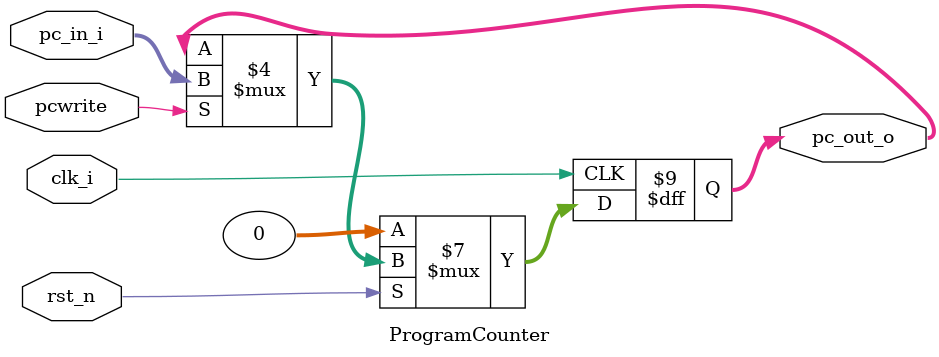
<source format=v>

module ProgramCounter(
    clk_i,
    rst_n,
    pcwrite,
    pc_in_i,
    pc_out_o
    );

//I/O ports
input           clk_i;
input           rst_n;
input           pcwrite;
input  [32-1:0] pc_in_i;
output [32-1:0] pc_out_o;

//Internal Signals
reg    [32-1:0] pc_out_o;

//Parameter


//Main function
always @(posedge clk_i) begin
    if(~rst_n)
        pc_out_o <= 0;
    else begin
        if(pcwrite)
            pc_out_o <= pc_in_i;
        else
            pc_out_o <= pc_out_o;
    end
end

endmodule

</source>
